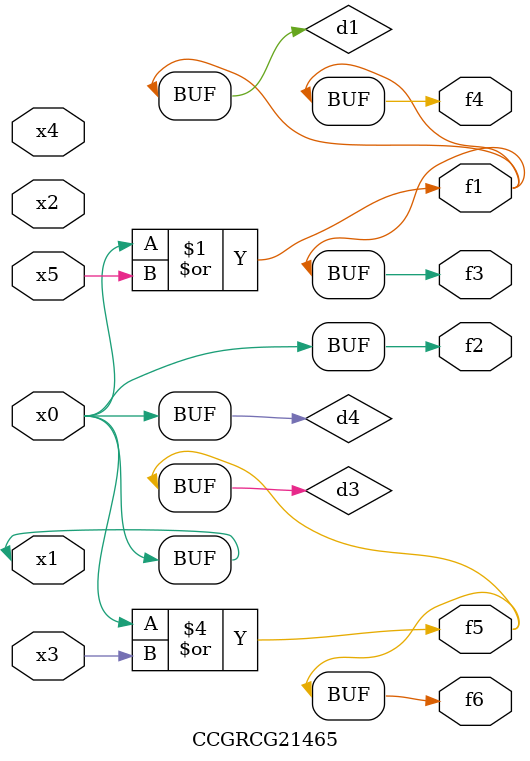
<source format=v>
module CCGRCG21465(
	input x0, x1, x2, x3, x4, x5,
	output f1, f2, f3, f4, f5, f6
);

	wire d1, d2, d3, d4;

	or (d1, x0, x5);
	xnor (d2, x1, x4);
	or (d3, x0, x3);
	buf (d4, x0, x1);
	assign f1 = d1;
	assign f2 = d4;
	assign f3 = d1;
	assign f4 = d1;
	assign f5 = d3;
	assign f6 = d3;
endmodule

</source>
